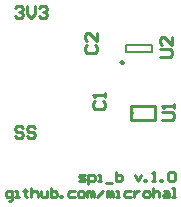
<source format=gto>
G04 Layer_Color=15132400*
%FSLAX25Y25*%
%MOIN*%
G70*
G01*
G75*
%ADD16C,0.01000*%
%ADD19C,0.00984*%
%ADD20C,0.00787*%
D16*
X163716Y453823D02*
G03*
X163716Y454807I0J492D01*
G01*
Y456500D02*
X171590D01*
Y452000D02*
Y456500D01*
X163716Y452000D02*
X171590D01*
X163716D02*
Y454807D01*
Y453823D02*
Y456500D01*
X173301Y472900D02*
X176634D01*
X177300Y473566D01*
Y474899D01*
X176634Y475566D01*
X173301D01*
X177300Y479565D02*
Y476899D01*
X174634Y479565D01*
X173968D01*
X173301Y478898D01*
Y477565D01*
X173968Y476899D01*
X173801Y452000D02*
X177134D01*
X177800Y452666D01*
Y453999D01*
X177134Y454666D01*
X173801D01*
X177800Y455999D02*
Y457332D01*
Y456665D01*
X173801D01*
X174468Y455999D01*
X151568Y458266D02*
X150901Y457599D01*
Y456266D01*
X151568Y455600D01*
X154234D01*
X154900Y456266D01*
Y457599D01*
X154234Y458266D01*
X154900Y459599D02*
Y460932D01*
Y460265D01*
X150901D01*
X151568Y459599D01*
X148868Y477066D02*
X148201Y476399D01*
Y475066D01*
X148868Y474400D01*
X151533D01*
X152200Y475066D01*
Y476399D01*
X151533Y477066D01*
X152200Y481065D02*
Y478399D01*
X149534Y481065D01*
X148868D01*
X148201Y480398D01*
Y479065D01*
X148868Y478399D01*
X127666Y449332D02*
X126999Y449999D01*
X125666D01*
X125000Y449332D01*
Y448666D01*
X125666Y447999D01*
X126999D01*
X127666Y447333D01*
Y446666D01*
X126999Y446000D01*
X125666D01*
X125000Y446666D01*
X131665Y449332D02*
X130998Y449999D01*
X129665D01*
X128999Y449332D01*
Y448666D01*
X129665Y447999D01*
X130998D01*
X131665Y447333D01*
Y446666D01*
X130998Y446000D01*
X129665D01*
X128999Y446666D01*
X125000Y489332D02*
X125666Y489999D01*
X126999D01*
X127666Y489332D01*
Y488666D01*
X126999Y487999D01*
X126333D01*
X126999D01*
X127666Y487333D01*
Y486666D01*
X126999Y486000D01*
X125666D01*
X125000Y486666D01*
X128999Y489999D02*
Y487333D01*
X130332Y486000D01*
X131665Y487333D01*
Y489999D01*
X132997Y489332D02*
X133664Y489999D01*
X134997D01*
X135663Y489332D01*
Y488666D01*
X134997Y487999D01*
X134330D01*
X134997D01*
X135663Y487333D01*
Y486666D01*
X134997Y486000D01*
X133664D01*
X132997Y486666D01*
X122966Y425134D02*
X123500D01*
X124033Y425667D01*
Y428333D01*
X122433D01*
X121900Y427800D01*
Y426733D01*
X122433Y426200D01*
X124033D01*
X125099D02*
X126165D01*
X125632D01*
Y428333D01*
X125099D01*
X128298Y428866D02*
Y428333D01*
X127765D01*
X128831D01*
X128298D01*
Y426733D01*
X128831Y426200D01*
X130431Y429399D02*
Y426200D01*
Y427800D01*
X130964Y428333D01*
X132030D01*
X132563Y427800D01*
Y426200D01*
X133630Y428333D02*
Y426733D01*
X134163Y426200D01*
X135762D01*
Y428333D01*
X136828Y429399D02*
Y426200D01*
X138428D01*
X138961Y426733D01*
Y427266D01*
Y427800D01*
X138428Y428333D01*
X136828D01*
X140027Y426200D02*
Y426733D01*
X140561D01*
Y426200D01*
X140027D01*
X144826Y428333D02*
X143226D01*
X142693Y427800D01*
Y426733D01*
X143226Y426200D01*
X144826D01*
X146425D02*
X147492D01*
X148025Y426733D01*
Y427800D01*
X147492Y428333D01*
X146425D01*
X145892Y427800D01*
Y426733D01*
X146425Y426200D01*
X149091D02*
Y428333D01*
X149624D01*
X150157Y427800D01*
Y426200D01*
Y427800D01*
X150691Y428333D01*
X151224Y427800D01*
Y426200D01*
X152290D02*
X154423Y428333D01*
X155489Y426200D02*
Y428333D01*
X156022D01*
X156555Y427800D01*
Y426200D01*
Y427800D01*
X157089Y428333D01*
X157622Y427800D01*
Y426200D01*
X158688D02*
X159754D01*
X159221D01*
Y428333D01*
X158688D01*
X163487D02*
X161887D01*
X161354Y427800D01*
Y426733D01*
X161887Y426200D01*
X163487D01*
X164553Y428333D02*
Y426200D01*
Y427266D01*
X165086Y427800D01*
X165619Y428333D01*
X166152D01*
X168285Y426200D02*
X169351D01*
X169885Y426733D01*
Y427800D01*
X169351Y428333D01*
X168285D01*
X167752Y427800D01*
Y426733D01*
X168285Y426200D01*
X170951Y429399D02*
Y426200D01*
Y427800D01*
X171484Y428333D01*
X172550D01*
X173083Y427800D01*
Y426200D01*
X174683Y428333D02*
X175749D01*
X176282Y427800D01*
Y426200D01*
X174683D01*
X174150Y426733D01*
X174683Y427266D01*
X176282D01*
X177349Y426200D02*
X178415D01*
X177882D01*
Y429399D01*
X177349D01*
X146200Y431600D02*
X147800D01*
X148333Y432133D01*
X147800Y432666D01*
X146733D01*
X146200Y433200D01*
X146733Y433733D01*
X148333D01*
X149399Y430534D02*
Y433733D01*
X150998D01*
X151532Y433200D01*
Y432133D01*
X150998Y431600D01*
X149399D01*
X152598D02*
X153664D01*
X153131D01*
Y433733D01*
X152598D01*
X155264Y431067D02*
X157396D01*
X158463Y434799D02*
Y431600D01*
X160062D01*
X160595Y432133D01*
Y432666D01*
Y433200D01*
X160062Y433733D01*
X158463D01*
X164861D02*
X165927Y431600D01*
X166993Y433733D01*
X168060Y431600D02*
Y432133D01*
X168593D01*
Y431600D01*
X168060D01*
X170725D02*
X171792D01*
X171259D01*
Y434799D01*
X170725Y434266D01*
X173391Y431600D02*
Y432133D01*
X173924D01*
Y431600D01*
X173391D01*
X176057Y434266D02*
X176590Y434799D01*
X177656D01*
X178190Y434266D01*
Y432133D01*
X177656Y431600D01*
X176590D01*
X176057Y432133D01*
Y434266D01*
D19*
X161182Y471077D02*
G03*
X161182Y471077I-492J0D01*
G01*
D20*
X161969Y474719D02*
Y477081D01*
X170631Y474719D02*
Y477081D01*
X161969Y474719D02*
X170631D01*
X161969Y477081D02*
X170631D01*
M02*

</source>
